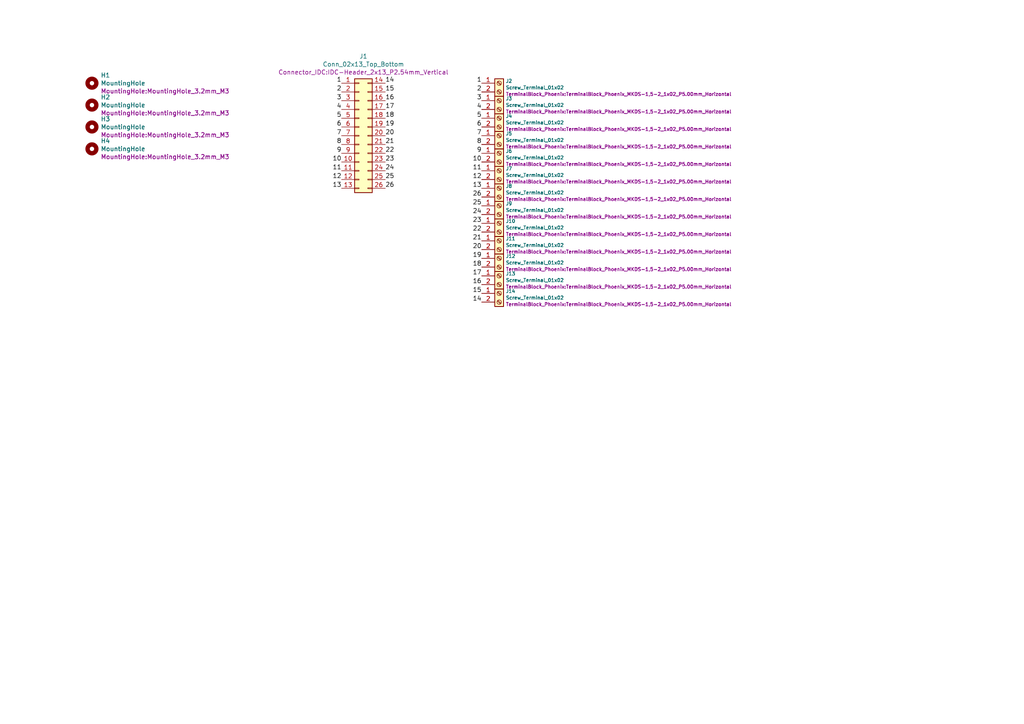
<source format=kicad_sch>
(kicad_sch (version 20231120) (generator "eeschema") (generator_version "8.0")
  (paper "A4")
  (lib_symbols
    (symbol "Connector:Screw_Terminal_01x02" (pin_names (offset 1.016) hide)
      (property "Reference" "J" (at 0 2.54 0))
      (property "Value" "Screw_Terminal_01x02" (at 0 -5.08 0))
      (symbol "Screw_Terminal_01x02_1_1"
        (rectangle (start -1.27 1.27) (end 1.27 -3.81) (stroke (width 0.254)) (fill (type background)))
        (circle (center 0 -2.54) (radius 0.635) (stroke (width 0.1524)))
        (polyline (pts (xy -0.5334 -2.2098) (xy 0.3302 -3.048)) (stroke (width 0.1524)))
        (polyline (pts (xy -0.5334 0.3302) (xy 0.3302 -0.508)) (stroke (width 0.1524)))
        (polyline (pts (xy -0.3556 -2.032) (xy 0.508 -2.8702)) (stroke (width 0.1524)))
        (polyline (pts (xy -0.3556 0.508) (xy 0.508 -0.3302)) (stroke (width 0.1524)))
        (circle (center 0 0) (radius 0.635) (stroke (width 0.1524)))
        (pin passive line (at -5.08 0 0) (length 3.81) (name "Pin_1") (number "1"))
        (pin passive line (at -5.08 -2.54 0) (length 3.81) (name "Pin_2") (number "2"))
      )
    )
    (symbol "Connector_Generic:Conn_02x13_Top_Bottom" (pin_names (offset 1.016) hide)
      (property "Reference" "J" (at 1.27 17.78 0))
      (property "Value" "Conn_02x13_Top_Bottom" (at 1.27 -17.78 0))
      (symbol "Conn_02x13_Top_Bottom_1_1"
        (rectangle (start -1.27 -15.113) (end 0 -15.367) (stroke (width 0.1524)))
        (rectangle (start -1.27 -12.573) (end 0 -12.827) (stroke (width 0.1524)))
        (rectangle (start -1.27 -10.033) (end 0 -10.287) (stroke (width 0.1524)))
        (rectangle (start -1.27 -7.493) (end 0 -7.747) (stroke (width 0.1524)))
        (rectangle (start -1.27 -4.953) (end 0 -5.207) (stroke (width 0.1524)))
        (rectangle (start -1.27 -2.413) (end 0 -2.667) (stroke (width 0.1524)))
        (rectangle (start -1.27 0.127) (end 0 -0.127) (stroke (width 0.1524)))
        (rectangle (start -1.27 2.667) (end 0 2.413) (stroke (width 0.1524)))
        (rectangle (start -1.27 5.207) (end 0 4.953) (stroke (width 0.1524)))
        (rectangle (start -1.27 7.747) (end 0 7.493) (stroke (width 0.1524)))
        (rectangle (start -1.27 10.287) (end 0 10.033) (stroke (width 0.1524)))
        (rectangle (start -1.27 12.827) (end 0 12.573) (stroke (width 0.1524)))
        (rectangle (start -1.27 15.367) (end 0 15.113) (stroke (width 0.1524)))
        (rectangle (start -1.27 16.51) (end 3.81 -16.51) (stroke (width 0.254)) (fill (type background)))
        (rectangle (start 3.81 -15.113) (end 2.54 -15.367) (stroke (width 0.1524)))
        (rectangle (start 3.81 -12.573) (end 2.54 -12.827) (stroke (width 0.1524)))
        (rectangle (start 3.81 -10.033) (end 2.54 -10.287) (stroke (width 0.1524)))
        (rectangle (start 3.81 -7.493) (end 2.54 -7.747) (stroke (width 0.1524)))
        (rectangle (start 3.81 -4.953) (end 2.54 -5.207) (stroke (width 0.1524)))
        (rectangle (start 3.81 -2.413) (end 2.54 -2.667) (stroke (width 0.1524)))
        (rectangle (start 3.81 0.127) (end 2.54 -0.127) (stroke (width 0.1524)))
        (rectangle (start 3.81 2.667) (end 2.54 2.413) (stroke (width 0.1524)))
        (rectangle (start 3.81 5.207) (end 2.54 4.953) (stroke (width 0.1524)))
        (rectangle (start 3.81 7.747) (end 2.54 7.493) (stroke (width 0.1524)))
        (rectangle (start 3.81 10.287) (end 2.54 10.033) (stroke (width 0.1524)))
        (rectangle (start 3.81 12.827) (end 2.54 12.573) (stroke (width 0.1524)))
        (rectangle (start 3.81 15.367) (end 2.54 15.113) (stroke (width 0.1524)))
        (pin passive line (at -5.08 15.24 0) (length 3.81) (name "Pin_1") (number "1"))
        (pin passive line (at -5.08 -7.62 0) (length 3.81) (name "Pin_10") (number "10"))
        (pin passive line (at -5.08 -10.16 0) (length 3.81) (name "Pin_11") (number "11"))
        (pin passive line (at -5.08 -12.7 0) (length 3.81) (name "Pin_12") (number "12"))
        (pin passive line (at -5.08 -15.24 0) (length 3.81) (name "Pin_13") (number "13"))
        (pin passive line (at 7.62 15.24 180) (length 3.81) (name "Pin_14") (number "14"))
        (pin passive line (at 7.62 12.7 180) (length 3.81) (name "Pin_15") (number "15"))
        (pin passive line (at 7.62 10.16 180) (length 3.81) (name "Pin_16") (number "16"))
        (pin passive line (at 7.62 7.62 180) (length 3.81) (name "Pin_17") (number "17"))
        (pin passive line (at 7.62 5.08 180) (length 3.81) (name "Pin_18") (number "18"))
        (pin passive line (at 7.62 2.54 180) (length 3.81) (name "Pin_19") (number "19"))
        (pin passive line (at -5.08 12.7 0) (length 3.81) (name "Pin_2") (number "2"))
        (pin passive line (at 7.62 0 180) (length 3.81) (name "Pin_20") (number "20"))
        (pin passive line (at 7.62 -2.54 180) (length 3.81) (name "Pin_21") (number "21"))
        (pin passive line (at 7.62 -5.08 180) (length 3.81) (name "Pin_22") (number "22"))
        (pin passive line (at 7.62 -7.62 180) (length 3.81) (name "Pin_23") (number "23"))
        (pin passive line (at 7.62 -10.16 180) (length 3.81) (name "Pin_24") (number "24"))
        (pin passive line (at 7.62 -12.7 180) (length 3.81) (name "Pin_25") (number "25"))
        (pin passive line (at 7.62 -15.24 180) (length 3.81) (name "Pin_26") (number "26"))
        (pin passive line (at -5.08 10.16 0) (length 3.81) (name "Pin_3") (number "3"))
        (pin passive line (at -5.08 7.62 0) (length 3.81) (name "Pin_4") (number "4"))
        (pin passive line (at -5.08 5.08 0) (length 3.81) (name "Pin_5") (number "5"))
        (pin passive line (at -5.08 2.54 0) (length 3.81) (name "Pin_6") (number "6"))
        (pin passive line (at -5.08 0 0) (length 3.81) (name "Pin_7") (number "7"))
        (pin passive line (at -5.08 -2.54 0) (length 3.81) (name "Pin_8") (number "8"))
        (pin passive line (at -5.08 -5.08 0) (length 3.81) (name "Pin_9") (number "9"))
      )
    )
    (symbol "Mechanical:MountingHole" (pin_names (offset 1.016)) (exclude_from_sim yes) (in_bom no)
      (property "Reference" "H" (at 0 5.08 0))
      (property "Value" "MountingHole" (at 0 3.175 0))
      (symbol "MountingHole_0_1"
        (circle (center 0 0) (radius 1.27) (stroke (width 1.27)))
      )
    )
  )
  (label "7" (at 139.7 39.37 180))
  (label "24" (at 139.7 62.23 180))
  (label "2" (at 139.7 26.67 180))
  (label "12" (at 139.7 52.07 180))
  (label "17" (at 111.76 31.75 0))
  (label "9" (at 139.7 44.45 180))
  (label "8" (at 99.06 41.91 180))
  (label "24" (at 111.76 49.53 0))
  (label "10" (at 99.06 46.99 180))
  (label "14" (at 111.76 24.13 0))
  (label "13" (at 139.7 54.61 180))
  (label "16" (at 111.76 29.21 0))
  (label "18" (at 111.76 34.29 0))
  (label "15" (at 139.7 85.09 180))
  (label "4" (at 139.7 31.75 180))
  (label "10" (at 139.7 46.99 180))
  (label "7" (at 99.06 39.37 180))
  (label "11" (at 99.06 49.53 180))
  (label "3" (at 139.7 29.21 180))
  (label "3" (at 99.06 29.21 180))
  (label "21" (at 111.76 41.91 0))
  (label "22" (at 111.76 44.45 0))
  (label "11" (at 139.7 49.53 180))
  (label "1" (at 99.06 24.13 180))
  (label "5" (at 139.7 34.29 180))
  (label "13" (at 99.06 54.61 180))
  (label "19" (at 139.7 74.93 180))
  (label "19" (at 111.76 36.83 0))
  (label "14" (at 139.7 87.63 180))
  (label "12" (at 99.06 52.07 180))
  (label "15" (at 111.76 26.67 0))
  (label "26" (at 111.76 54.61 0))
  (label "21" (at 139.7 69.85 180))
  (label "5" (at 99.06 34.29 180))
  (label "1" (at 139.7 24.13 180))
  (label "18" (at 139.7 77.47 180))
  (label "6" (at 139.7 36.83 180))
  (label "22" (at 139.7 67.31 180))
  (label "2" (at 99.06 26.67 180))
  (label "23" (at 139.7 64.77 180))
  (label "25" (at 111.76 52.07 0))
  (label "20" (at 111.76 39.37 0))
  (label "9" (at 99.06 44.45 180))
  (label "23" (at 111.76 46.99 0))
  (label "25" (at 139.7 59.69 180))
  (label "6" (at 99.06 36.83 180))
  (label "8" (at 139.7 41.91 180))
  (label "26" (at 139.7 57.15 180))
  (label "16" (at 139.7 82.55 180))
  (label "4" (at 99.06 31.75 180))
  (label "20" (at 139.7 72.39 180))
  (label "17" (at 139.7 80.01 180))
  (symbol (lib_id "Mechanical:MountingHole") (at 26.67 24.13 0) (unit 1)
    (property "Reference" "H1" (at 29.21 21.8186 0) (effects (justify left)))
    (property "Value" "MountingHole" (at 29.21 24.13 0) (effects (justify left)))
    (property "Footprint" "MountingHole:MountingHole_3.2mm_M3" (at 29.21 26.4414 0) (effects (justify left)))
  )
  (symbol (lib_id "Mechanical:MountingHole") (at 26.67 30.48 0) (unit 1)
    (property "Reference" "H2" (at 29.21 28.1686 0) (effects (justify left)))
    (property "Value" "MountingHole" (at 29.21 30.48 0) (effects (justify left)))
    (property "Footprint" "MountingHole:MountingHole_3.2mm_M3" (at 29.21 32.7914 0) (effects (justify left)))
  )
  (symbol (lib_id "Mechanical:MountingHole") (at 26.67 36.83 0) (unit 1)
    (property "Reference" "H3" (at 29.21 34.5186 0) (effects (justify left)))
    (property "Value" "MountingHole" (at 29.21 36.83 0) (effects (justify left)))
    (property "Footprint" "MountingHole:MountingHole_3.2mm_M3" (at 29.21 39.1414 0) (effects (justify left)))
  )
  (symbol (lib_id "Mechanical:MountingHole") (at 26.67 43.18 0) (unit 1)
    (property "Reference" "H4" (at 29.21 40.8686 0) (effects (justify left)))
    (property "Value" "MountingHole" (at 29.21 43.18 0) (effects (justify left)))
    (property "Footprint" "MountingHole:MountingHole_3.2mm_M3" (at 29.21 45.4914 0) (effects (justify left)))
  )
  (symbol (lib_id "Connector_Generic:Conn_02x13_Top_Bottom") (at 104.14 39.37 0) (unit 1)
    (property "Reference" "J1" (at 105.41 16.3322 0))
    (property "Value" "Conn_02x13_Top_Bottom" (at 105.41 18.6436 0))
    (property "Footprint" "Connector_IDC:IDC-Header_2x13_P2.54mm_Vertical" (at 105.41 20.955 0))
  )
  (symbol (lib_id "Connector:Screw_Terminal_01x02") (at 144.78 64.77 0) (unit 1)
    (property "Reference" "J10" (at 146.685 64.135 0) (effects (font (size 0.9906 0.9906)) (justify left)))
    (property "Value" "Screw_Terminal_01x02" (at 146.685 66.04 0) (effects (font (size 0.9906 0.9906)) (justify left)))
    (property "Footprint" "TerminalBlock_Phoenix:TerminalBlock_Phoenix_MKDS-1,5-2_1x02_P5.00mm_Horizontal" (at 146.685 67.945 0) (effects (font (size 0.9906 0.9906)) (justify left)))
  )
  (symbol (lib_id "Connector:Screw_Terminal_01x02") (at 144.78 69.85 0) (unit 1)
    (property "Reference" "J11" (at 146.685 69.215 0) (effects (font (size 0.9906 0.9906)) (justify left)))
    (property "Value" "Screw_Terminal_01x02" (at 146.685 71.12 0) (effects (font (size 0.9906 0.9906)) (justify left)))
    (property "Footprint" "TerminalBlock_Phoenix:TerminalBlock_Phoenix_MKDS-1,5-2_1x02_P5.00mm_Horizontal" (at 146.685 73.025 0) (effects (font (size 0.9906 0.9906)) (justify left)))
  )
  (symbol (lib_id "Connector:Screw_Terminal_01x02") (at 144.78 74.93 0) (unit 1)
    (property "Reference" "J12" (at 146.685 74.295 0) (effects (font (size 0.9906 0.9906)) (justify left)))
    (property "Value" "Screw_Terminal_01x02" (at 146.685 76.2 0) (effects (font (size 0.9906 0.9906)) (justify left)))
    (property "Footprint" "TerminalBlock_Phoenix:TerminalBlock_Phoenix_MKDS-1,5-2_1x02_P5.00mm_Horizontal" (at 146.685 78.105 0) (effects (font (size 0.9906 0.9906)) (justify left)))
  )
  (symbol (lib_id "Connector:Screw_Terminal_01x02") (at 144.78 80.01 0) (unit 1)
    (property "Reference" "J13" (at 146.685 79.375 0) (effects (font (size 0.9906 0.9906)) (justify left)))
    (property "Value" "Screw_Terminal_01x02" (at 146.685 81.28 0) (effects (font (size 0.9906 0.9906)) (justify left)))
    (property "Footprint" "TerminalBlock_Phoenix:TerminalBlock_Phoenix_MKDS-1,5-2_1x02_P5.00mm_Horizontal" (at 146.685 83.185 0) (effects (font (size 0.9906 0.9906)) (justify left)))
  )
  (symbol (lib_id "Connector:Screw_Terminal_01x02") (at 144.78 85.09 0) (unit 1)
    (property "Reference" "J14" (at 146.685 84.455 0) (effects (font (size 0.9906 0.9906)) (justify left)))
    (property "Value" "Screw_Terminal_01x02" (at 146.685 86.36 0) (effects (font (size 0.9906 0.9906)) (justify left)))
    (property "Footprint" "TerminalBlock_Phoenix:TerminalBlock_Phoenix_MKDS-1,5-2_1x02_P5.00mm_Horizontal" (at 146.685 88.265 0) (effects (font (size 0.9906 0.9906)) (justify left)))
  )
  (symbol (lib_id "Connector:Screw_Terminal_01x02") (at 144.78 49.53 0) (unit 1)
    (property "Reference" "J7" (at 146.685 48.895 0) (effects (font (size 0.9906 0.9906)) (justify left)))
    (property "Value" "Screw_Terminal_01x02" (at 146.685 50.8 0) (effects (font (size 0.9906 0.9906)) (justify left)))
    (property "Footprint" "TerminalBlock_Phoenix:TerminalBlock_Phoenix_MKDS-1,5-2_1x02_P5.00mm_Horizontal" (at 146.685 52.705 0) (effects (font (size 0.9906 0.9906)) (justify left)))
  )
  (symbol (lib_id "Connector:Screw_Terminal_01x02") (at 144.78 54.61 0) (unit 1)
    (property "Reference" "J8" (at 146.685 53.975 0) (effects (font (size 0.9906 0.9906)) (justify left)))
    (property "Value" "Screw_Terminal_01x02" (at 146.685 55.88 0) (effects (font (size 0.9906 0.9906)) (justify left)))
    (property "Footprint" "TerminalBlock_Phoenix:TerminalBlock_Phoenix_MKDS-1,5-2_1x02_P5.00mm_Horizontal" (at 146.685 57.785 0) (effects (font (size 0.9906 0.9906)) (justify left)))
  )
  (symbol (lib_id "Connector:Screw_Terminal_01x02") (at 144.78 59.69 0) (unit 1)
    (property "Reference" "J9" (at 146.685 59.055 0) (effects (font (size 0.9906 0.9906)) (justify left)))
    (property "Value" "Screw_Terminal_01x02" (at 146.685 60.96 0) (effects (font (size 0.9906 0.9906)) (justify left)))
    (property "Footprint" "TerminalBlock_Phoenix:TerminalBlock_Phoenix_MKDS-1,5-2_1x02_P5.00mm_Horizontal" (at 146.685 62.865 0) (effects (font (size 0.9906 0.9906)) (justify left)))
  )
  (symbol (lib_id "Connector:Screw_Terminal_01x02") (at 144.78 24.13 0) (unit 1)
    (property "Reference" "J2" (at 146.685 23.495 0) (effects (font (size 0.9906 0.9906)) (justify left)))
    (property "Value" "Screw_Terminal_01x02" (at 146.685 25.4 0) (effects (font (size 0.9906 0.9906)) (justify left)))
    (property "Footprint" "TerminalBlock_Phoenix:TerminalBlock_Phoenix_MKDS-1,5-2_1x02_P5.00mm_Horizontal" (at 146.685 27.305 0) (effects (font (size 0.9906 0.9906)) (justify left)))
  )
  (symbol (lib_id "Connector:Screw_Terminal_01x02") (at 144.78 29.21 0) (unit 1)
    (property "Reference" "J3" (at 146.685 28.575 0) (effects (font (size 0.9906 0.9906)) (justify left)))
    (property "Value" "Screw_Terminal_01x02" (at 146.685 30.48 0) (effects (font (size 0.9906 0.9906)) (justify left)))
    (property "Footprint" "TerminalBlock_Phoenix:TerminalBlock_Phoenix_MKDS-1,5-2_1x02_P5.00mm_Horizontal" (at 146.685 32.385 0) (effects (font (size 0.9906 0.9906)) (justify left)))
  )
  (symbol (lib_id "Connector:Screw_Terminal_01x02") (at 144.78 34.29 0) (unit 1)
    (property "Reference" "J4" (at 146.685 33.655 0) (effects (font (size 0.9906 0.9906)) (justify left)))
    (property "Value" "Screw_Terminal_01x02" (at 146.685 35.56 0) (effects (font (size 0.9906 0.9906)) (justify left)))
    (property "Footprint" "TerminalBlock_Phoenix:TerminalBlock_Phoenix_MKDS-1,5-2_1x02_P5.00mm_Horizontal" (at 146.685 37.465 0) (effects (font (size 0.9906 0.9906)) (justify left)))
  )
  (symbol (lib_id "Connector:Screw_Terminal_01x02") (at 144.78 39.37 0) (unit 1)
    (property "Reference" "J5" (at 146.685 38.735 0) (effects (font (size 0.9906 0.9906)) (justify left)))
    (property "Value" "Screw_Terminal_01x02" (at 146.685 40.64 0) (effects (font (size 0.9906 0.9906)) (justify left)))
    (property "Footprint" "TerminalBlock_Phoenix:TerminalBlock_Phoenix_MKDS-1,5-2_1x02_P5.00mm_Horizontal" (at 146.685 42.545 0) (effects (font (size 0.9906 0.9906)) (justify left)))
  )
  (symbol (lib_id "Connector:Screw_Terminal_01x02") (at 144.78 44.45 0) (unit 1)
    (property "Reference" "J6" (at 146.685 43.815 0) (effects (font (size 0.9906 0.9906)) (justify left)))
    (property "Value" "Screw_Terminal_01x02" (at 146.685 45.72 0) (effects (font (size 0.9906 0.9906)) (justify left)))
    (property "Footprint" "TerminalBlock_Phoenix:TerminalBlock_Phoenix_MKDS-1,5-2_1x02_P5.00mm_Horizontal" (at 146.685 47.625 0) (effects (font (size 0.9906 0.9906)) (justify left)))
  )
)
</source>
